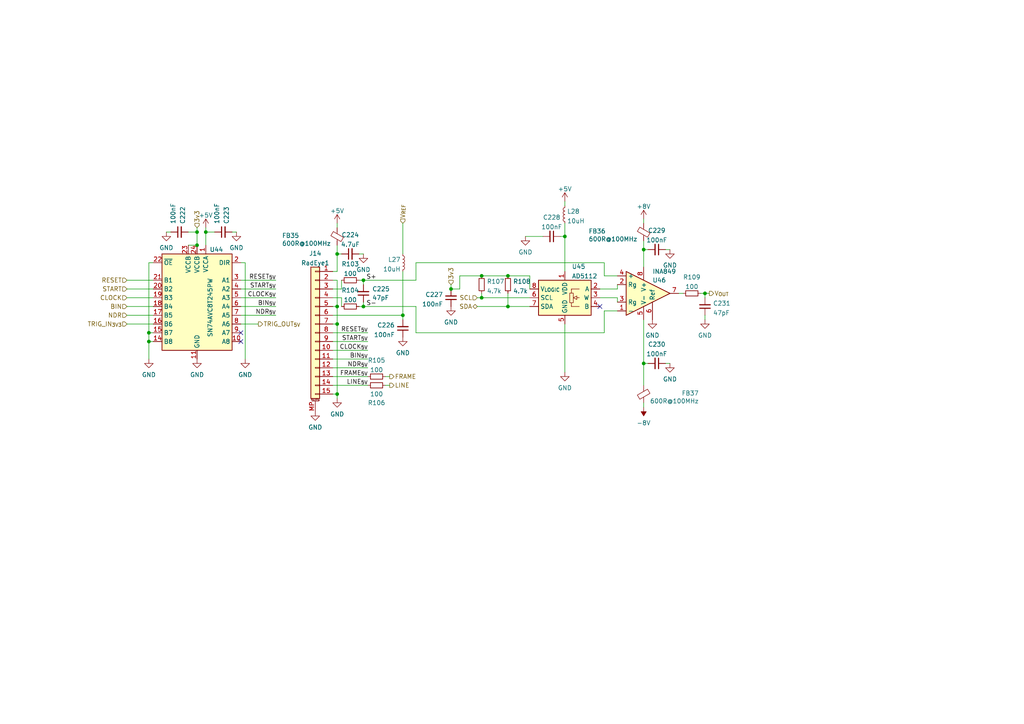
<source format=kicad_sch>
(kicad_sch (version 20211123) (generator eeschema)
  (paper "A4")
  (lib_symbols
    (symbol "Amplifier_Instrumentation_TI:INA849"
      (property "Reference" "U" (at 5.08 3.81 0))
      (property "Value" "INA849" (at 7.62 -3.81 0))
      (symbol "INA849_0_1"
        (polyline (pts (xy 7.62 0) (xy -5.08 6.35) (xy -5.08 -6.35) (xy 7.62 0)) (stroke (width 0.254)) (fill (type background)))
      )
      (symbol "INA849_1_1"
        (pin input line (at -7.62 -5.08 0) (length 2.54) (name "-") (number "1"))
        (pin passive line (at -7.62 2.54 0) (length 2.54) (name "Rg") (number "2"))
        (pin passive line (at -7.62 -2.54 0) (length 2.54) (name "Rg") (number "3"))
        (pin input line (at -7.62 5.08 0) (length 2.54) (name "+") (number "4"))
        (pin power_in line (at 0 -7.62 90) (length 3.81) (name "V-") (number "5"))
        (pin input line (at 2.54 -7.62 90) (length 5.08) (name "Ref") (number "6"))
        (pin output line (at 10.16 0 180) (length 2.54) (name "~") (number "7"))
        (pin power_in line (at 0 7.62 270) (length 3.81) (name "V+") (number "8"))
      )
    )
    (symbol "Connector_Generic_MountingPin:Conn_01x15_MountingPin" (pin_names (offset 1.016) hide)
      (property "Reference" "J" (at 0 20.32 0))
      (property "Value" "Conn_01x15_MountingPin" (at 1.27 -20.32 0))
      (symbol "Conn_01x15_MountingPin_1_1"
        (rectangle (start -1.27 -17.653) (end 0 -17.907) (stroke (width 0.1524)))
        (rectangle (start -1.27 -15.113) (end 0 -15.367) (stroke (width 0.1524)))
        (rectangle (start -1.27 -12.573) (end 0 -12.827) (stroke (width 0.1524)))
        (rectangle (start -1.27 -10.033) (end 0 -10.287) (stroke (width 0.1524)))
        (rectangle (start -1.27 -7.493) (end 0 -7.747) (stroke (width 0.1524)))
        (rectangle (start -1.27 -4.953) (end 0 -5.207) (stroke (width 0.1524)))
        (rectangle (start -1.27 -2.413) (end 0 -2.667) (stroke (width 0.1524)))
        (rectangle (start -1.27 0.127) (end 0 -0.127) (stroke (width 0.1524)))
        (rectangle (start -1.27 2.667) (end 0 2.413) (stroke (width 0.1524)))
        (rectangle (start -1.27 5.207) (end 0 4.953) (stroke (width 0.1524)))
        (rectangle (start -1.27 7.747) (end 0 7.493) (stroke (width 0.1524)))
        (rectangle (start -1.27 10.287) (end 0 10.033) (stroke (width 0.1524)))
        (rectangle (start -1.27 12.827) (end 0 12.573) (stroke (width 0.1524)))
        (rectangle (start -1.27 15.367) (end 0 15.113) (stroke (width 0.1524)))
        (rectangle (start -1.27 17.907) (end 0 17.653) (stroke (width 0.1524)))
        (rectangle (start -1.27 19.05) (end 1.27 -19.05) (stroke (width 0.254)) (fill (type background)))
        (polyline (pts (xy -1.016 -19.812) (xy 1.016 -19.812)) (stroke (width 0.1524)))
        (text "Mounting" (at 0 -19.431 0) (effects (font (size 0.381 0.381))))
        (pin passive line (at -5.08 17.78 0) (length 3.81) (name "Pin_1") (number "1"))
        (pin passive line (at -5.08 -5.08 0) (length 3.81) (name "Pin_10") (number "10"))
        (pin passive line (at -5.08 -7.62 0) (length 3.81) (name "Pin_11") (number "11"))
        (pin passive line (at -5.08 -10.16 0) (length 3.81) (name "Pin_12") (number "12"))
        (pin passive line (at -5.08 -12.7 0) (length 3.81) (name "Pin_13") (number "13"))
        (pin passive line (at -5.08 -15.24 0) (length 3.81) (name "Pin_14") (number "14"))
        (pin passive line (at -5.08 -17.78 0) (length 3.81) (name "Pin_15") (number "15"))
        (pin passive line (at -5.08 15.24 0) (length 3.81) (name "Pin_2") (number "2"))
        (pin passive line (at -5.08 12.7 0) (length 3.81) (name "Pin_3") (number "3"))
        (pin passive line (at -5.08 10.16 0) (length 3.81) (name "Pin_4") (number "4"))
        (pin passive line (at -5.08 7.62 0) (length 3.81) (name "Pin_5") (number "5"))
        (pin passive line (at -5.08 5.08 0) (length 3.81) (name "Pin_6") (number "6"))
        (pin passive line (at -5.08 2.54 0) (length 3.81) (name "Pin_7") (number "7"))
        (pin passive line (at -5.08 0 0) (length 3.81) (name "Pin_8") (number "8"))
        (pin passive line (at -5.08 -2.54 0) (length 3.81) (name "Pin_9") (number "9"))
        (pin passive line (at 0 -22.86 90) (length 3.048) (name "MountPin") (number "MP"))
      )
    )
    (symbol "Device:C_Small" (pin_numbers hide) (pin_names (offset 0.254) hide)
      (property "Reference" "C" (at 0.254 1.778 0))
      (property "Value" "C_Small" (at 0.254 -2.032 0))
      (symbol "C_Small_0_1"
        (polyline (pts (xy -1.524 -0.508) (xy 1.524 -0.508)) (stroke (width 0.3302)))
        (polyline (pts (xy -1.524 0.508) (xy 1.524 0.508)) (stroke (width 0.3048)))
      )
      (symbol "C_Small_1_1"
        (pin passive line (at 0 2.54 270) (length 2.032) (name "~") (number "1"))
        (pin passive line (at 0 -2.54 90) (length 2.032) (name "~") (number "2"))
      )
    )
    (symbol "Device:FerriteBead_Small" (pin_numbers hide) (pin_names (offset 0))
      (property "Reference" "FB" (at 1.905 1.27 0))
      (property "Value" "FerriteBead_Small" (at 1.905 -1.27 0))
      (symbol "FerriteBead_Small_0_1"
        (polyline (pts (xy 0 -1.27) (xy 0 -0.7874)))
        (polyline (pts (xy 0 0.889) (xy 0 1.2954)))
        (polyline (pts (xy -1.8288 0.2794) (xy -1.1176 1.4986) (xy 1.8288 -0.2032) (xy 1.1176 -1.4224) (xy -1.8288 0.2794)))
      )
      (symbol "FerriteBead_Small_1_1"
        (pin passive line (at 0 2.54 270) (length 1.27) (name "~") (number "1"))
        (pin passive line (at 0 -2.54 90) (length 1.27) (name "~") (number "2"))
      )
    )
    (symbol "Device:L_Small" (pin_numbers hide) (pin_names (offset 0.254) hide)
      (property "Reference" "L" (at 0.762 1.016 0))
      (property "Value" "L_Small" (at 0.762 -1.016 0))
      (symbol "L_Small_0_1"
        (arc (start 0 -2.032) (mid 0.508 -1.524) (end 0 -1.016))
        (arc (start 0 -1.016) (mid 0.508 -0.508) (end 0 0))
        (arc (start 0 0) (mid 0.508 0.508) (end 0 1.016))
        (arc (start 0 1.016) (mid 0.508 1.524) (end 0 2.032))
      )
      (symbol "L_Small_1_1"
        (pin passive line (at 0 2.54 270) (length 0.508) (name "~") (number "1"))
        (pin passive line (at 0 -2.54 90) (length 0.508) (name "~") (number "2"))
      )
    )
    (symbol "Device:R_Small" (pin_numbers hide) (pin_names (offset 0.254) hide)
      (property "Reference" "R" (at 0.762 0.508 0))
      (property "Value" "R_Small" (at 0.762 -1.016 0))
      (symbol "R_Small_0_1"
        (rectangle (start -0.762 1.778) (end 0.762 -1.778) (stroke (width 0.2032)))
      )
      (symbol "R_Small_1_1"
        (pin passive line (at 0 2.54 270) (length 0.762) (name "~") (number "1"))
        (pin passive line (at 0 -2.54 90) (length 0.762) (name "~") (number "2"))
      )
    )
    (symbol "Logic_LevelTranslator:SN74AVC8T245PW"
      (property "Reference" "U" (at -8.89 13.97 0))
      (property "Value" "SN74AVC8T245PW" (at 12.7 13.97 0))
      (symbol "SN74AVC8T245PW_0_1"
        (rectangle (start -10.16 12.7) (end 10.16 -15.24) (stroke (width 0.254)) (fill (type background)))
      )
      (symbol "SN74AVC8T245PW_1_1"
        (pin power_in line (at -2.54 15.24 270) (length 2.54) (name "VCCA") (number "1"))
        (pin bidirectional line (at -12.7 -12.7 0) (length 2.54) (name "A8") (number "10"))
        (pin power_in line (at 0 -17.78 90) (length 2.54) (name "GND") (number "11"))
        (pin passive line (at 0 -17.78 90) (length 2.54) hide (name "GND") (number "12"))
        (pin passive line (at 0 -17.78 90) (length 2.54) hide (name "GND") (number "13"))
        (pin bidirectional line (at 12.7 -12.7 180) (length 2.54) (name "B8") (number "14"))
        (pin bidirectional line (at 12.7 -10.16 180) (length 2.54) (name "B7") (number "15"))
        (pin bidirectional line (at 12.7 -7.62 180) (length 2.54) (name "B6") (number "16"))
        (pin bidirectional line (at 12.7 -5.08 180) (length 2.54) (name "B5") (number "17"))
        (pin bidirectional line (at 12.7 -2.54 180) (length 2.54) (name "B4") (number "18"))
        (pin bidirectional line (at 12.7 0 180) (length 2.54) (name "B3") (number "19"))
        (pin input line (at -12.7 10.16 0) (length 2.54) (name "DIR") (number "2"))
        (pin bidirectional line (at 12.7 2.54 180) (length 2.54) (name "B2") (number "20"))
        (pin bidirectional line (at 12.7 5.08 180) (length 2.54) (name "B1") (number "21"))
        (pin input line (at 12.7 10.16 180) (length 2.54) (name "~{OE}") (number "22"))
        (pin power_in line (at 2.54 15.24 270) (length 2.54) (name "VCCB") (number "23"))
        (pin power_in line (at 0 15.24 270) (length 2.54) (name "VCCB") (number "24"))
        (pin bidirectional line (at -12.7 5.08 0) (length 2.54) (name "A1") (number "3"))
        (pin bidirectional line (at -12.7 2.54 0) (length 2.54) (name "A2") (number "4"))
        (pin bidirectional line (at -12.7 0 0) (length 2.54) (name "A3") (number "5"))
        (pin bidirectional line (at -12.7 -2.54 0) (length 2.54) (name "A4") (number "6"))
        (pin bidirectional line (at -12.7 -5.08 0) (length 2.54) (name "A5") (number "7"))
        (pin bidirectional line (at -12.7 -7.62 0) (length 2.54) (name "A6") (number "8"))
        (pin bidirectional line (at -12.7 -10.16 0) (length 2.54) (name "A7") (number "9"))
      )
    )
    (symbol "Potentiometer_Digital_Analog:AD5112"
      (property "Reference" "U" (at -6.35 6.35 0))
      (property "Value" "AD5112" (at 6.35 6.35 0))
      (symbol "AD5112_0_1"
        (rectangle (start -7.62 5.08) (end 7.62 -5.08) (stroke (width 0.254)) (fill (type background)))
      )
      (symbol "AD5112_1_1"
        (polyline (pts (xy 1.905 -2.286) (xy 1.905 -1.4478)))
        (polyline (pts (xy 1.905 2.3114) (xy 1.905 1.3716)))
        (polyline (pts (xy 3.4798 0.0254) (xy 4.191 0.0254)))
        (polyline (pts (xy 1.905 -2.54) (xy 1.905 -2.286) (xy 1.905 -2.286)) (fill (type background)))
        (polyline (pts (xy 1.905 -2.54) (xy 4.191 -2.54) (xy 4.191 -2.54)) (fill (type background)))
        (polyline (pts (xy 1.905 2.54) (xy 1.905 2.286) (xy 1.905 2.286)))
        (polyline (pts (xy 1.905 2.54) (xy 4.191 2.54) (xy 4.191 2.54)) (fill (type background)))
        (polyline (pts (xy 3.4798 0.508) (xy 3.4798 -0.508) (xy 2.4638 0) (xy 3.4798 0.508) (xy 3.4798 0.508)) (fill (type background)))
        (rectangle (start 1.4224 1.3462) (end 2.4384 -1.4478))
        (pin power_in line (at 0 7.62 270) (length 2.54) (name "VDD") (number "1"))
        (pin passive line (at 10.16 2.54 180) (length 2.54) (name "A") (number "2"))
        (pin passive line (at 10.16 0 180) (length 2.54) (name "W") (number "3"))
        (pin passive line (at 10.16 -2.54 180) (length 2.54) (name "B") (number "4"))
        (pin power_in line (at 0 -7.62 90) (length 2.54) (name "GND") (number "5"))
        (pin input line (at -10.16 0 0) (length 2.54) (name "SCL") (number "6"))
        (pin bidirectional line (at -10.16 -2.54 0) (length 2.54) (name "SDA") (number "7"))
        (pin input line (at -10.16 2.54 0) (length 2.54) (name "V_{LOGIC}") (number "8"))
      )
    )
    (symbol "power:+5V" (power) (pin_names (offset 0))
      (property "Value" "+5V" (at 0 3.556 0))
      (symbol "+5V_0_1"
        (polyline (pts (xy -0.762 1.27) (xy 0 2.54)))
        (polyline (pts (xy 0 0) (xy 0 2.54)))
        (polyline (pts (xy 0 2.54) (xy 0.762 1.27)))
      )
      (symbol "+5V_1_1"
        (pin power_in line (at 0 0 90) (length 0) hide (name "+5V") (number "1"))
      )
    )
    (symbol "power:+8V" (power) (pin_names (offset 0))
      (property "Value" "+8V" (at 0 3.556 0))
      (symbol "+8V_0_1"
        (polyline (pts (xy -0.762 1.27) (xy 0 2.54)))
        (polyline (pts (xy 0 0) (xy 0 2.54)))
        (polyline (pts (xy 0 2.54) (xy 0.762 1.27)))
      )
      (symbol "+8V_1_1"
        (pin power_in line (at 0 0 90) (length 0) hide (name "+8V") (number "1"))
      )
    )
    (symbol "power:-8V" (power) (pin_names (offset 0))
      (property "Value" "-8V" (at 0 3.81 0))
      (symbol "-8V_0_0"
        (pin power_in line (at 0 0 90) (length 0) hide (name "-8V") (number "1"))
      )
      (symbol "-8V_0_1"
        (polyline (pts (xy 0 0) (xy 0 1.27) (xy 0.762 1.27) (xy 0 2.54) (xy -0.762 1.27) (xy 0 1.27)) (fill (type outline)))
      )
    )
    (symbol "power:GND" (power) (pin_names (offset 0))
      (property "Value" "GND" (at 0 -3.81 0))
      (symbol "GND_0_1"
        (polyline (pts (xy 0 0) (xy 0 -1.27) (xy 1.27 -1.27) (xy 0 -2.54) (xy -1.27 -1.27) (xy 0 -1.27)))
      )
      (symbol "GND_1_1"
        (pin power_in line (at 0 0 270) (length 0) hide (name "GND") (number "1"))
      )
    )
  )
  (junction (at 105.41 81.28))
  (junction (at 186.69 105.41))
  (junction (at 97.79 93.98))
  (junction (at 147.32 88.9))
  (junction (at 43.18 99.06))
  (junction (at 139.7 80.01))
  (junction (at 57.15 71.12))
  (junction (at 186.69 72.39))
  (junction (at 130.81 83.82))
  (junction (at 163.83 68.58))
  (junction (at 139.7 86.36))
  (junction (at 204.47 85.09))
  (junction (at 116.84 91.44))
  (junction (at 97.79 114.3))
  (junction (at 59.69 67.31))
  (junction (at 147.32 80.01))
  (junction (at 97.79 88.9))
  (junction (at 57.15 67.31))
  (junction (at 43.18 96.52))
  (junction (at 97.79 73.66))
  (junction (at 105.41 88.9))
  (no_connect (at 69.85 99.06))
  (no_connect (at 69.85 96.52))
  (no_connect (at 173.99 88.9))
  (wire (pts (xy 196.85 85.09) (xy 198.12 85.09)))
  (wire (pts (xy 120.65 76.2) (xy 175.26 76.2)))
  (wire (pts (xy 44.45 83.82) (xy 36.83 83.82)))
  (wire (pts (xy 97.79 64.77) (xy 97.79 66.04)))
  (wire (pts (xy 96.52 88.9) (xy 97.79 88.9)))
  (wire (pts (xy 139.7 86.36) (xy 153.67 86.36)))
  (wire (pts (xy 49.53 67.31) (xy 48.26 67.31)))
  (wire (pts (xy 43.18 99.06) (xy 43.18 104.14)))
  (wire (pts (xy 175.26 96.52) (xy 175.26 90.17)))
  (wire (pts (xy 99.06 83.82) (xy 99.06 81.28)))
  (wire (pts (xy 57.15 66.04) (xy 57.15 67.31)))
  (wire (pts (xy 139.7 85.09) (xy 139.7 86.36)))
  (wire (pts (xy 116.84 91.44) (xy 116.84 92.71)))
  (wire (pts (xy 111.76 111.76) (xy 113.03 111.76)))
  (wire (pts (xy 57.15 67.31) (xy 54.61 67.31)))
  (wire (pts (xy 186.69 63.5) (xy 186.69 64.77)))
  (wire (pts (xy 105.41 88.9) (xy 120.65 88.9)))
  (wire (pts (xy 116.84 78.74) (xy 116.84 91.44)))
  (wire (pts (xy 99.06 86.36) (xy 96.52 86.36)))
  (wire (pts (xy 193.04 72.39) (xy 194.31 72.39)))
  (wire (pts (xy 139.7 80.01) (xy 147.32 80.01)))
  (wire (pts (xy 71.12 76.2) (xy 69.85 76.2)))
  (wire (pts (xy 186.69 72.39) (xy 186.69 77.47)))
  (wire (pts (xy 43.18 76.2) (xy 43.18 96.52)))
  (wire (pts (xy 203.2 85.09) (xy 204.47 85.09)))
  (wire (pts (xy 163.83 68.58) (xy 163.83 78.74)))
  (wire (pts (xy 96.52 111.76) (xy 106.68 111.76)))
  (wire (pts (xy 96.52 93.98) (xy 97.79 93.98)))
  (wire (pts (xy 96.52 114.3) (xy 97.79 114.3)))
  (wire (pts (xy 80.01 81.28) (xy 69.85 81.28)))
  (wire (pts (xy 43.18 96.52) (xy 44.45 96.52)))
  (wire (pts (xy 138.43 86.36) (xy 139.7 86.36)))
  (wire (pts (xy 97.79 93.98) (xy 97.79 88.9)))
  (wire (pts (xy 97.79 71.12) (xy 97.79 73.66)))
  (wire (pts (xy 186.69 111.76) (xy 186.69 105.41)))
  (wire (pts (xy 104.14 88.9) (xy 105.41 88.9)))
  (wire (pts (xy 186.69 118.11) (xy 186.69 116.84)))
  (wire (pts (xy 71.12 76.2) (xy 71.12 104.14)))
  (wire (pts (xy 120.65 88.9) (xy 120.65 96.52)))
  (wire (pts (xy 179.07 86.36) (xy 179.07 87.63)))
  (wire (pts (xy 186.69 105.41) (xy 187.96 105.41)))
  (wire (pts (xy 175.26 76.2) (xy 175.26 80.01)))
  (wire (pts (xy 173.99 86.36) (xy 179.07 86.36)))
  (wire (pts (xy 120.65 81.28) (xy 120.65 76.2)))
  (wire (pts (xy 138.43 88.9) (xy 147.32 88.9)))
  (wire (pts (xy 96.52 109.22) (xy 106.68 109.22)))
  (wire (pts (xy 104.14 73.66) (xy 105.41 73.66)))
  (wire (pts (xy 44.45 86.36) (xy 36.83 86.36)))
  (wire (pts (xy 97.79 73.66) (xy 99.06 73.66)))
  (wire (pts (xy 116.84 64.77) (xy 116.84 73.66)))
  (wire (pts (xy 99.06 88.9) (xy 99.06 86.36)))
  (wire (pts (xy 105.41 81.28) (xy 105.41 82.55)))
  (wire (pts (xy 152.4 68.58) (xy 157.48 68.58)))
  (wire (pts (xy 97.79 78.74) (xy 96.52 78.74)))
  (wire (pts (xy 147.32 88.9) (xy 153.67 88.9)))
  (wire (pts (xy 44.45 76.2) (xy 43.18 76.2)))
  (wire (pts (xy 62.23 67.31) (xy 59.69 67.31)))
  (wire (pts (xy 69.85 93.98) (xy 74.93 93.98)))
  (wire (pts (xy 163.83 93.98) (xy 163.83 107.95)))
  (wire (pts (xy 44.45 81.28) (xy 36.83 81.28)))
  (wire (pts (xy 80.01 91.44) (xy 69.85 91.44)))
  (wire (pts (xy 163.83 58.42) (xy 163.83 59.69)))
  (wire (pts (xy 59.69 67.31) (xy 59.69 66.04)))
  (wire (pts (xy 80.01 88.9) (xy 69.85 88.9)))
  (wire (pts (xy 57.15 71.12) (xy 54.61 71.12)))
  (wire (pts (xy 97.79 81.28) (xy 96.52 81.28)))
  (wire (pts (xy 147.32 85.09) (xy 147.32 88.9)))
  (wire (pts (xy 139.7 80.01) (xy 133.35 80.01)))
  (wire (pts (xy 96.52 104.14) (xy 106.68 104.14)))
  (wire (pts (xy 96.52 106.68) (xy 106.68 106.68)))
  (wire (pts (xy 153.67 83.82) (xy 153.67 80.01)))
  (wire (pts (xy 104.14 81.28) (xy 105.41 81.28)))
  (wire (pts (xy 133.35 80.01) (xy 133.35 83.82)))
  (wire (pts (xy 133.35 83.82) (xy 130.81 83.82)))
  (wire (pts (xy 96.52 91.44) (xy 116.84 91.44)))
  (wire (pts (xy 97.79 88.9) (xy 97.79 81.28)))
  (wire (pts (xy 44.45 91.44) (xy 36.83 91.44)))
  (wire (pts (xy 59.69 67.31) (xy 59.69 71.12)))
  (wire (pts (xy 186.69 72.39) (xy 187.96 72.39)))
  (wire (pts (xy 43.18 99.06) (xy 44.45 99.06)))
  (wire (pts (xy 173.99 83.82) (xy 179.07 83.82)))
  (wire (pts (xy 43.18 96.52) (xy 43.18 99.06)))
  (wire (pts (xy 186.69 92.71) (xy 186.69 105.41)))
  (wire (pts (xy 204.47 85.09) (xy 204.47 86.36)))
  (wire (pts (xy 80.01 86.36) (xy 69.85 86.36)))
  (wire (pts (xy 186.69 69.85) (xy 186.69 72.39)))
  (wire (pts (xy 96.52 99.06) (xy 106.68 99.06)))
  (wire (pts (xy 175.26 80.01) (xy 179.07 80.01)))
  (wire (pts (xy 204.47 91.44) (xy 204.47 92.71)))
  (wire (pts (xy 97.79 114.3) (xy 97.79 93.98)))
  (wire (pts (xy 96.52 96.52) (xy 106.68 96.52)))
  (wire (pts (xy 162.56 68.58) (xy 163.83 68.58)))
  (wire (pts (xy 130.81 82.55) (xy 130.81 83.82)))
  (wire (pts (xy 96.52 83.82) (xy 99.06 83.82)))
  (wire (pts (xy 44.45 88.9) (xy 36.83 88.9)))
  (wire (pts (xy 97.79 115.57) (xy 97.79 114.3)))
  (wire (pts (xy 163.83 64.77) (xy 163.83 68.58)))
  (wire (pts (xy 204.47 85.09) (xy 205.74 85.09)))
  (wire (pts (xy 68.58 67.31) (xy 67.31 67.31)))
  (wire (pts (xy 147.32 80.01) (xy 153.67 80.01)))
  (wire (pts (xy 105.41 81.28) (xy 120.65 81.28)))
  (wire (pts (xy 57.15 67.31) (xy 57.15 71.12)))
  (wire (pts (xy 105.41 88.9) (xy 105.41 87.63)))
  (wire (pts (xy 111.76 109.22) (xy 113.03 109.22)))
  (wire (pts (xy 97.79 73.66) (xy 97.79 78.74)))
  (wire (pts (xy 175.26 90.17) (xy 179.07 90.17)))
  (wire (pts (xy 80.01 83.82) (xy 69.85 83.82)))
  (wire (pts (xy 120.65 96.52) (xy 175.26 96.52)))
  (wire (pts (xy 193.04 105.41) (xy 194.31 105.41)))
  (wire (pts (xy 96.52 101.6) (xy 106.68 101.6)))
  (wire (pts (xy 36.83 93.98) (xy 44.45 93.98)))
  (wire (pts (xy 179.07 83.82) (xy 179.07 82.55)))
  (label "S-" (at 109.22 88.9 180))
  (label "FRAME_{5V}" (at 106.68 109.22 180))
  (label "START_{5V}" (at 80.01 83.82 180))
  (label "START_{5V}" (at 106.68 99.06 180))
  (label "RESET_{5V}" (at 106.68 96.52 180))
  (label "LINE_{5V}" (at 106.68 111.76 180))
  (label "BIN_{5V}" (at 106.68 104.14 180))
  (label "CLOCK_{5V}" (at 80.01 86.36 180))
  (label "RESET_{5V}" (at 80.01 81.28 180))
  (label "S+" (at 109.22 81.28 180))
  (label "BIN_{5V}" (at 80.01 88.9 180))
  (label "CLOCK_{5V}" (at 106.68 101.6 180))
  (label "NDR_{5V}" (at 80.01 91.44 180))
  (label "NDR_{5V}" (at 106.68 106.68 180))
  (hierarchical_label "V_{REF}" (shape input) (at 116.84 64.77 90))
  (hierarchical_label "TRIG_IN_{3V3}" (shape input) (at 36.83 93.98 180))
  (hierarchical_label "3v3" (shape input) (at 57.15 66.04 90))
  (hierarchical_label "SCL" (shape input) (at 138.43 86.36 180))
  (hierarchical_label "RESET" (shape input) (at 36.83 81.28 180))
  (hierarchical_label "START" (shape input) (at 36.83 83.82 180))
  (hierarchical_label "LINE" (shape output) (at 113.03 111.76 0))
  (hierarchical_label "3v3" (shape input) (at 130.81 82.55 90))
  (hierarchical_label "NDR" (shape input) (at 36.83 91.44 180))
  (hierarchical_label "TRIG_OUT_{5V}" (shape output) (at 74.93 93.98 0))
  (hierarchical_label "CLOCK" (shape input) (at 36.83 86.36 180))
  (hierarchical_label "FRAME" (shape output) (at 113.03 109.22 0))
  (hierarchical_label "BIN" (shape input) (at 36.83 88.9 180))
  (hierarchical_label "SDA" (shape bidirectional) (at 138.43 88.9 180))
  (hierarchical_label "V_{OUT}" (shape output) (at 205.74 85.09 0))
  (symbol (lib_id "Potentiometer_Digital_Analog:AD5112") (at 163.83 86.36 0)
    (property "Reference" "U45" (at 165.8494 77.3135 0) (effects (justify left)))
    (property "Value" "AD5112" (at 165.8494 80.0886 0) (effects (justify left)))
    (property "Footprint" "Package_CSP_Analog:Analog_LFCSP-8-1EP_2x2mm_P0.5mm_EP1.00x1.60mm" (effects hide))
    (property "Datasheet" "https://www.analog.com/media/en/technical-documentation/data-sheets/AD5110_5112_5114.pdf" (effects hide))
  )
  (symbol (lib_id "power:GND") (at 97.79 115.57 0)
    (property "Reference" "#PWR0409" (effects hide))
    (property "Value" "GND" (at 97.79 120.1325 0))
  )
  (symbol (lib_id "power:GND") (at 189.23 92.71 0)
    (property "Reference" "#PWR0394" (effects hide))
    (property "Value" "GND" (at 189.23 97.2725 0))
  )
  (symbol (lib_id "Device:FerriteBead_Small") (at 97.79 68.58 180)
    (property "Reference" "FB35" (at 81.788 68.326 0) (effects (justify right)))
    (property "Value" "600R@100MHz" (at 81.788 70.612 0) (effects (justify right)))
    (property "Footprint" "Inductor_SMD:L_0805_2012Metric" (effects hide))
    (property "LCSC" "C1017" (effects hide))
  )
  (symbol (lib_id "Device:FerriteBead_Small") (at 186.69 114.3 0) (mirror x)
    (property "Reference" "FB37" (at 202.692 114.046 0) (effects (justify right)))
    (property "Value" "600R@100MHz" (at 202.692 116.332 0) (effects (justify right)))
    (property "Footprint" "Inductor_SMD:L_0805_2012Metric" (effects hide))
    (property "LCSC" "C1017" (effects hide))
  )
  (symbol (lib_id "Device:L_Small") (at 163.83 62.23 180)
    (property "Reference" "L28" (at 164.465 61.3215 0) (effects (justify right)))
    (property "Value" "10uH" (at 164.465 64.0966 0) (effects (justify right)))
    (property "Footprint" "Inductor_SMD:L_0805_2012Metric" (effects hide))
    (property "LCSC" "C1046" (effects hide))
  )
  (symbol (lib_id "Device:C_Small") (at 105.41 85.09 180)
    (property "Reference" "C225" (at 107.95 83.82 0) (effects (justify right)))
    (property "Value" "47pF" (at 107.95 86.36 0) (effects (justify right)))
    (property "Footprint" "Capacitor_SMD:C_0402_1005Metric" (effects hide))
    (property "LCSC" "C1567" (effects hide))
  )
  (symbol (lib_id "Device:C_Small") (at 160.02 68.58 270)
    (property "Reference" "C228" (at 160.0136 63.0514 90))
    (property "Value" "100nF" (at 160.0136 65.8265 90))
    (property "Footprint" "Capacitor_SMD:C_0402_1005Metric" (effects hide))
    (property "LCSC" "C1525" (effects hide))
  )
  (symbol (lib_id "power:GND") (at 163.83 107.95 0)
    (property "Reference" "#PWR0395" (effects hide))
    (property "Value" "GND" (at 163.83 112.5125 0))
  )
  (symbol (lib_id "Device:R_Small") (at 109.22 109.22 90)
    (property "Reference" "R105" (at 109.22 104.5169 90))
    (property "Value" "100" (at 109.22 107.292 90))
    (property "Footprint" "Resistor_SMD:R_0402_1005Metric" (effects hide))
    (property "LCSC" "C25076" (effects hide))
  )
  (symbol (lib_id "Device:C_Small") (at 101.6 73.66 90)
    (property "Reference" "C224" (at 101.6063 68.1314 90))
    (property "Value" "4.7uF" (at 101.6063 70.9065 90))
    (property "Footprint" "Capacitor_SMD:C_0402_1005Metric" (effects hide))
    (property "LCSC" "C23733" (effects hide))
  )
  (symbol (lib_id "power:+5V") (at 163.83 58.42 0)
    (property "Reference" "#PWR0401" (effects hide))
    (property "Value" "+5V" (at 163.83 54.8155 0))
  )
  (symbol (lib_id "Device:C_Small") (at 52.07 67.31 90) (mirror x)
    (property "Reference" "C222" (at 52.9849 64.9859 0) (effects (justify right)))
    (property "Value" "100nF" (at 50.2098 64.9859 0) (effects (justify right)))
    (property "Footprint" "Capacitor_SMD:C_0402_1005Metric" (effects hide))
    (property "LCSC" "C1525" (effects hide))
  )
  (symbol (lib_id "Logic_LevelTranslator:SN74AVC8T245PW") (at 57.15 86.36 0) (mirror y)
    (property "Reference" "U44" (at 64.77 72.39 0) (effects (justify left)))
    (property "Value" "SN74AVC8T245PW" (at 60.96 97.79 90) (effects (justify left)))
    (property "Footprint" "Package_SO:TSSOP-24_4.4x7.8mm_P0.65mm" (effects hide))
    (property "Datasheet" "https://www.ti.com/lit/ds/symlink/sn74avc8t245.pdf" (effects hide))
    (property "LCSC" "C10910" (effects hide))
  )
  (symbol (lib_id "Connector_Generic_MountingPin:Conn_01x15_MountingPin") (at 91.44 96.52 0) (mirror y)
    (property "Reference" "J14" (at 91.44 73.5035 0))
    (property "Value" "RadEye1" (at 91.44 76.2786 0))
    (property "Footprint" "Connector_Samtec_FC1:FC1-15-02-T-WT_P1.0mm" (effects hide))
  )
  (symbol (lib_id "Device:C_Small") (at 204.47 88.9 180)
    (property "Reference" "C231" (at 206.7941 87.9851 0) (effects (justify right)))
    (property "Value" "47pF" (at 206.7941 90.7602 0) (effects (justify right)))
    (property "Footprint" "Capacitor_SMD:C_0402_1005Metric" (effects hide))
    (property "LCSC" "C1567" (effects hide))
  )
  (symbol (lib_id "power:GND") (at 116.84 97.79 0)
    (property "Reference" "#PWR0410" (effects hide))
    (property "Value" "GND" (at 116.84 102.3525 0))
  )
  (symbol (lib_id "power:-8V") (at 186.69 118.11 180)
    (property "Reference" "#PWR0398" (effects hide))
    (property "Value" "-8V" (at 186.69 122.6725 0))
  )
  (symbol (lib_id "power:GND") (at 48.26 67.31 0) (mirror y)
    (property "Reference" "#PWR0407" (effects hide))
    (property "Value" "GND" (at 48.26 71.8725 0))
  )
  (symbol (lib_id "Device:R_Small") (at 139.7 82.55 0) (mirror y)
    (property "Reference" "R107" (at 141.1986 81.6415 0) (effects (justify right)))
    (property "Value" "4.7k" (at 141.1986 84.4166 0) (effects (justify right)))
    (property "Footprint" "Resistor_SMD:R_0402_1005Metric" (effects hide))
    (property "LCSC" "C25900" (effects hide))
  )
  (symbol (lib_id "Device:C_Small") (at 116.84 95.25 0) (mirror x)
    (property "Reference" "C226" (at 114.5159 94.3351 0) (effects (justify right)))
    (property "Value" "100nF" (at 114.5159 97.1102 0) (effects (justify right)))
    (property "Footprint" "Capacitor_SMD:C_0402_1005Metric" (effects hide))
    (property "LCSC" "C1525" (effects hide))
  )
  (symbol (lib_id "power:GND") (at 43.18 104.14 0) (mirror y)
    (property "Reference" "#PWR0392" (effects hide))
    (property "Value" "GND" (at 43.18 108.7025 0))
  )
  (symbol (lib_id "Device:C_Small") (at 190.5 72.39 270)
    (property "Reference" "C229" (at 190.4936 66.8614 90))
    (property "Value" "100nF" (at 190.4936 69.6365 90))
    (property "Footprint" "Capacitor_SMD:C_0402_1005Metric" (effects hide))
    (property "LCSC" "C1525" (effects hide))
  )
  (symbol (lib_id "Device:R_Small") (at 101.6 88.9 270) (mirror x)
    (property "Reference" "R104" (at 101.6 84.1969 90))
    (property "Value" "100" (at 101.6 86.972 90))
    (property "Footprint" "Resistor_SMD:R_0402_1005Metric" (effects hide))
    (property "LCSC" "C25076" (effects hide))
  )
  (symbol (lib_id "power:+8V") (at 186.69 63.5 0)
    (property "Reference" "#PWR0400" (effects hide))
    (property "Value" "+8V" (at 186.69 59.8955 0))
  )
  (symbol (lib_id "Device:R_Small") (at 147.32 82.55 0) (mirror y)
    (property "Reference" "R108" (at 148.8186 81.6415 0) (effects (justify right)))
    (property "Value" "4.7k" (at 148.8186 84.4166 0) (effects (justify right)))
    (property "Footprint" "Resistor_SMD:R_0402_1005Metric" (effects hide))
    (property "LCSC" "C25900" (effects hide))
  )
  (symbol (lib_id "Amplifier_Instrumentation_TI:INA849") (at 186.69 85.09 0)
    (property "Reference" "U46" (at 189.23 81.28 0) (effects (justify left)))
    (property "Value" "INA849" (at 189.23 78.74 0) (effects (justify left)))
    (property "Footprint" "Package_SO:SOIC-8_3.9x4.9mm_P1.27mm" (effects hide))
    (property "Datasheet" "https://www.ti.com/lit/ds/symlink/ina849.pdf" (effects hide))
  )
  (symbol (lib_id "power:GND") (at 152.4 68.58 0)
    (property "Reference" "#PWR0408" (effects hide))
    (property "Value" "GND" (at 152.4 73.1425 0))
  )
  (symbol (lib_id "Device:FerriteBead_Small") (at 186.69 67.31 180)
    (property "Reference" "FB36" (at 170.688 67.056 0) (effects (justify right)))
    (property "Value" "600R@100MHz" (at 170.688 69.342 0) (effects (justify right)))
    (property "Footprint" "Inductor_SMD:L_0805_2012Metric" (effects hide))
    (property "LCSC" "C1017" (effects hide))
  )
  (symbol (lib_id "Device:L_Small") (at 116.84 76.2 0) (mirror x)
    (property "Reference" "L27" (at 116.205 75.2915 0) (effects (justify right)))
    (property "Value" "10uH" (at 116.205 78.0666 0) (effects (justify right)))
    (property "Footprint" "Inductor_SMD:L_0805_2012Metric" (effects hide))
    (property "LCSC" "C1046" (effects hide))
  )
  (symbol (lib_id "power:GND") (at 194.31 72.39 0)
    (property "Reference" "#PWR0399" (effects hide))
    (property "Value" "GND" (at 194.31 76.9525 0))
  )
  (symbol (lib_id "power:GND") (at 130.81 88.9 0) (mirror y)
    (property "Reference" "#PWR0404" (effects hide))
    (property "Value" "GND" (at 130.81 93.4625 0))
  )
  (symbol (lib_id "power:GND") (at 105.41 73.66 0)
    (property "Reference" "#PWR0402" (effects hide))
    (property "Value" "GND" (at 105.41 78.2225 0))
  )
  (symbol (lib_id "Device:R_Small") (at 200.66 85.09 90)
    (property "Reference" "R109" (at 200.66 80.3869 90))
    (property "Value" "100" (at 200.66 83.162 90))
    (property "Footprint" "Resistor_SMD:R_0402_1005Metric" (effects hide))
    (property "LCSC" "C25076" (effects hide))
  )
  (symbol (lib_id "Device:C_Small") (at 190.5 105.41 270)
    (property "Reference" "C230" (at 190.4936 99.8814 90))
    (property "Value" "100nF" (at 190.4936 102.6565 90))
    (property "Footprint" "Capacitor_SMD:C_0402_1005Metric" (effects hide))
    (property "LCSC" "C1525" (effects hide))
  )
  (symbol (lib_id "power:GND") (at 71.12 104.14 0) (mirror y)
    (property "Reference" "#PWR0393" (effects hide))
    (property "Value" "GND" (at 71.12 108.7025 0))
  )
  (symbol (lib_id "power:GND") (at 91.44 119.38 0)
    (property "Reference" "#PWR0425" (effects hide))
    (property "Value" "GND" (at 91.44 123.9425 0))
  )
  (symbol (lib_id "power:GND") (at 68.58 67.31 0) (mirror y)
    (property "Reference" "#PWR0405" (effects hide))
    (property "Value" "GND" (at 68.58 71.8725 0))
  )
  (symbol (lib_id "Device:R_Small") (at 109.22 111.76 90)
    (property "Reference" "R106" (at 109.22 116.84 90))
    (property "Value" "100" (at 109.22 114.3 90))
    (property "Footprint" "Resistor_SMD:R_0402_1005Metric" (effects hide))
    (property "LCSC" "C25076" (effects hide))
  )
  (symbol (lib_id "power:GND") (at 57.15 104.14 0) (mirror y)
    (property "Reference" "#PWR0391" (effects hide))
    (property "Value" "GND" (at 57.15 108.7025 0))
  )
  (symbol (lib_id "power:+5V") (at 59.69 66.04 0) (mirror y)
    (property "Reference" "#PWR0406" (effects hide))
    (property "Value" "+5V" (at 59.69 62.4355 0))
  )
  (symbol (lib_id "Device:R_Small") (at 101.6 81.28 90)
    (property "Reference" "R103" (at 101.6 76.5769 90))
    (property "Value" "100" (at 101.6 79.352 90))
    (property "Footprint" "Resistor_SMD:R_0402_1005Metric" (effects hide))
    (property "LCSC" "C25076" (effects hide))
  )
  (symbol (lib_id "Device:C_Small") (at 130.81 86.36 0) (mirror x)
    (property "Reference" "C227" (at 128.4859 85.4451 0) (effects (justify right)))
    (property "Value" "100nF" (at 128.4859 88.2202 0) (effects (justify right)))
    (property "Footprint" "Capacitor_SMD:C_0402_1005Metric" (effects hide))
    (property "LCSC" "C1525" (effects hide))
  )
  (symbol (lib_id "power:GND") (at 194.31 105.41 0)
    (property "Reference" "#PWR0397" (effects hide))
    (property "Value" "GND" (at 194.31 109.9725 0))
  )
  (symbol (lib_id "power:GND") (at 204.47 92.71 0)
    (property "Reference" "#PWR0396" (effects hide))
    (property "Value" "GND" (at 204.47 97.2725 0))
  )
  (symbol (lib_id "power:+5V") (at 97.79 64.77 0)
    (property "Reference" "#PWR0403" (effects hide))
    (property "Value" "+5V" (at 97.79 61.1655 0))
  )
  (symbol (lib_id "Device:C_Small") (at 64.77 67.31 90) (mirror x)
    (property "Reference" "C223" (at 65.6849 64.9859 0) (effects (justify right)))
    (property "Value" "100nF" (at 62.9098 64.9859 0) (effects (justify right)))
    (property "Footprint" "Capacitor_SMD:C_0402_1005Metric" (effects hide))
    (property "LCSC" "C1525" (effects hide))
  )
)
</source>
